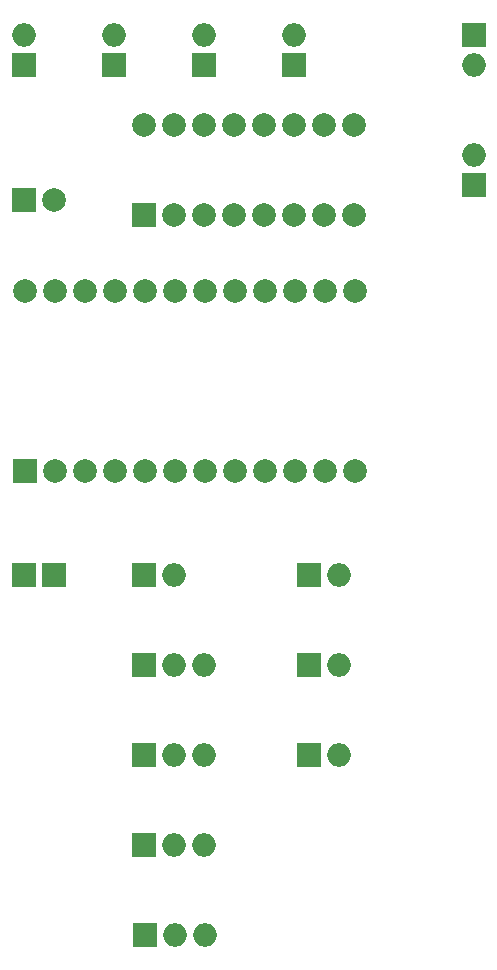
<source format=gbr>
%TF.GenerationSoftware,KiCad,Pcbnew,(5.1.4)-1*%
%TF.CreationDate,2019-11-27T14:19:05+02:00*%
%TF.ProjectId,DIVA_promicro,44495641-5f70-4726-9f6d-6963726f2e6b,rev?*%
%TF.SameCoordinates,Original*%
%TF.FileFunction,Copper,L1,Top*%
%TF.FilePolarity,Positive*%
%FSLAX46Y46*%
G04 Gerber Fmt 4.6, Leading zero omitted, Abs format (unit mm)*
G04 Created by KiCad (PCBNEW (5.1.4)-1) date 2019-11-27 14:19:05*
%MOMM*%
%LPD*%
G04 APERTURE LIST*
%ADD10R,2.000000X2.000000*%
%ADD11C,2.000000*%
%ADD12O,2.000000X2.000000*%
G04 APERTURE END LIST*
D10*
X111770000Y-83820000D03*
X114300000Y-83820000D03*
X111835001Y-75005001D03*
D11*
X114375001Y-75005001D03*
X116915001Y-75005001D03*
X119455001Y-75005001D03*
X121995001Y-75005001D03*
X124535001Y-75005001D03*
X127075001Y-75005001D03*
X129615001Y-75005001D03*
X132155001Y-75005001D03*
X134695001Y-75005001D03*
X137235001Y-75005001D03*
X139775001Y-75005001D03*
X139775001Y-59765001D03*
X137235001Y-59765001D03*
X134695001Y-59765001D03*
X132155001Y-59765001D03*
X129615001Y-59765001D03*
X127075001Y-59765001D03*
X124535001Y-59765001D03*
X121995001Y-59765001D03*
X119455001Y-59765001D03*
X116915001Y-59765001D03*
X114375001Y-59765001D03*
X111835001Y-59765001D03*
D10*
X135890000Y-99060000D03*
D12*
X138430000Y-99060000D03*
X127080000Y-114300000D03*
X124540000Y-114300000D03*
D10*
X122000000Y-114300000D03*
X121920000Y-106680000D03*
D12*
X124460000Y-106680000D03*
X127000000Y-106680000D03*
X127000000Y-99060000D03*
X124460000Y-99060000D03*
D10*
X121920000Y-99060000D03*
X135890000Y-91440000D03*
D12*
X138430000Y-91440000D03*
D10*
X121920000Y-91440000D03*
D12*
X124460000Y-91440000D03*
X127000000Y-91440000D03*
X138430000Y-83820000D03*
D10*
X135890000Y-83820000D03*
D12*
X124460000Y-83820000D03*
D10*
X121920000Y-83820000D03*
X111760000Y-52070000D03*
D11*
X114300000Y-52070000D03*
D12*
X111760000Y-38100000D03*
D10*
X111760000Y-40640000D03*
X119380000Y-40640000D03*
D12*
X119380000Y-38100000D03*
X127000000Y-38100000D03*
D10*
X127000000Y-40640000D03*
X134620000Y-40640000D03*
D12*
X134620000Y-38100000D03*
D10*
X149860000Y-38100000D03*
D12*
X149860000Y-40640000D03*
X149860000Y-48260000D03*
D10*
X149860000Y-50800000D03*
X121920000Y-53340000D03*
D11*
X139700000Y-45720000D03*
X124460000Y-53340000D03*
X137160000Y-45720000D03*
X127000000Y-53340000D03*
X134620000Y-45720000D03*
X129540000Y-53340000D03*
X132080000Y-45720000D03*
X132080000Y-53340000D03*
X129540000Y-45720000D03*
X134620000Y-53340000D03*
X127000000Y-45720000D03*
X137160000Y-53340000D03*
X124460000Y-45720000D03*
X139700000Y-53340000D03*
X121920000Y-45720000D03*
M02*

</source>
